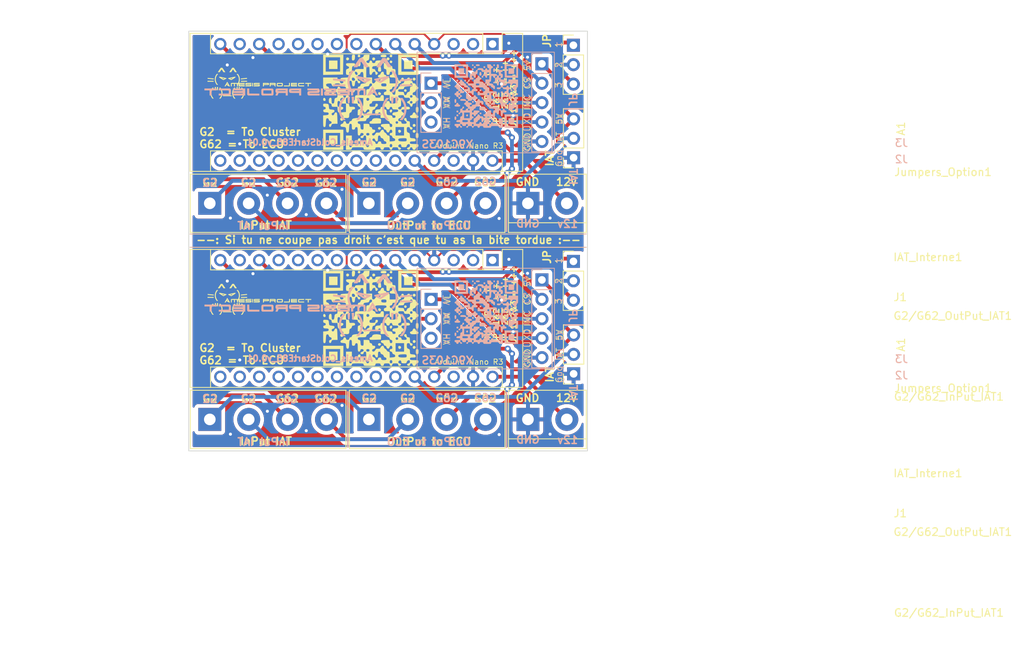
<source format=kicad_pcb>
(kicad_pcb (version 20211014) (generator pcbnew)
  (title_block (title "012-Amesis-ColdStartE85") (date "2022-09-29") (rev "v0.01_Golf 1.6L 16v ") (company "AP") (comment 1 "012-Amesis-ColdStartE85 v0.01_Golf 1.6L 16v "))
  (layers (0 "F.Cu" signal) (31 "B.Cu" signal) (34 "B.Paste" user) (35 "F.Paste" user) (36 "B.SilkS" user "B.Silkscreen") (37 "F.SilkS" user "F.Silkscreen") (38 "B.Mask" user) (39 "F.Mask" user) (44 "Edge.Cuts" user))
  (net 0 "")
  (net 7 "GND")
  (net 9 "Net-(A1-Pad5)")
  (net 11 "Net-(A1-Pad6)")
  (net 13 "Net-(A1-Pad7)")
  (net 24 "Net-(A1-Pad30)")
  (net 26 "Net-(A1-Pad26)")
  (net 27 "Net-(A1-Pad27)")
  (net 28 "Net-(A1-Pad13)")
  (net 29 "Net-(A1-Pad15)")
  (net 30 "Net-(G2/G62_InPut_IAT1-Pad2)")
  (net 31 "Net-(G2/G62_InPut_IAT1-Pad3)")
  (net 32 "Net-(G2/G62_InPut_IAT1-Pad1)")
  (net 33 "Net-(G2/G62_InPut_IAT1-Pad4)")
  (net 34 "Net-(G2/G62_OutPut_IAT1-Pad3)")
  (footprint "AP_Amesis Logo:15x15 KiCad QR Code La Boutique Amesis Project" (layer "F.Cu") (at 141.166446 34.435696)
    (fp_text reference " " (at -0.12 -7.85) (layer "F.SilkS") (effects (font (size 1.524 1.524) (thickness 0.3))))
    (fp_text value "LOGO" hide)
  )
  (footprint "Module:Arduino_Nano" (layer "F.Cu") (at 157.0686 27.0814 -90)
    (fp_text reference "A1" (at 11.0494 -53.365 90) (layer "F.SilkS"))
    (fp_text value "Arduino_Nano_v3.x")
    (pad "1" thru_hole rect locked (at 0 0 270) (size 1.6 1.6) (drill 1) (layers *.Cu *.Mask))
    (pad "2" thru_hole oval locked (at 0 2.54 270) (size 1.6 1.6) (drill 1) (layers *.Cu *.Mask))
    (pad "3" thru_hole oval locked (at 0 5.08 270) (size 1.6 1.6) (drill 1) (layers *.Cu *.Mask))
    (pad "4" thru_hole oval locked (at 0 7.62 270) (size 1.6 1.6) (drill 1) (layers *.Cu *.Mask) (net 7 "GND"))
    (pad "5" thru_hole oval locked (at 0 10.16 270) (size 1.6 1.6) (drill 1) (layers *.Cu *.Mask) (net 9 "Net-(A1-Pad5)"))
    (pad "6" thru_hole oval locked (at 0 12.7 270) (size 1.6 1.6) (drill 1) (layers *.Cu *.Mask) (net 11 "Net-(A1-Pad6)"))
    (pad "7" thru_hole oval locked (at 0 15.24 270) (size 1.6 1.6) (drill 1) (layers *.Cu *.Mask) (net 13 "Net-(A1-Pad7)"))
    (pad "8" thru_hole oval locked (at 0 17.78 270) (size 1.6 1.6) (drill 1) (layers *.Cu *.Mask))
    (pad "9" thru_hole oval locked (at 0 20.32 270) (size 1.6 1.6) (drill 1) (layers *.Cu *.Mask))
    (pad "10" thru_hole oval locked (at 0 22.86 270) (size 1.6 1.6) (drill 1) (layers *.Cu *.Mask))
    (pad "11" thru_hole oval locked (at 0 25.4 270) (size 1.6 1.6) (drill 1) (layers *.Cu *.Mask))
    (pad "12" thru_hole oval locked (at 0 27.94 270) (size 1.6 1.6) (drill 1) (layers *.Cu *.Mask))
    (pad "13" thru_hole oval locked (at 0 30.48 270) (size 1.6 1.6) (drill 1) (layers *.Cu *.Mask) (net 28 "Net-(A1-Pad13)"))
    (pad "14" thru_hole oval locked (at 0 33.02 270) (size 1.6 1.6) (drill 1) (layers *.Cu *.Mask))
    (pad "15" thru_hole oval locked (at 0 35.56 270) (size 1.6 1.6) (drill 1) (layers *.Cu *.Mask) (net 29 "Net-(A1-Pad15)"))
    (pad "16" thru_hole oval locked (at 15.24 35.56 270) (size 1.6 1.6) (drill 1) (layers *.Cu *.Mask))
    (pad "17" thru_hole oval locked (at 15.24 33.02 270) (size 1.6 1.6) (drill 1) (layers *.Cu *.Mask))
    (pad "18" thru_hole oval locked (at 15.24 30.48 270) (size 1.6 1.6) (drill 1) (layers *.Cu *.Mask))
    (pad "19" thru_hole oval locked (at 15.24 27.94 270) (size 1.6 1.6) (drill 1) (layers *.Cu *.Mask))
    (pad "20" thru_hole oval locked (at 15.24 25.4 270) (size 1.6 1.6) (drill 1) (layers *.Cu *.Mask))
    (pad "21" thru_hole oval locked (at 15.24 22.86 270) (size 1.6 1.6) (drill 1) (layers *.Cu *.Mask))
    (pad "22" thru_hole oval locked (at 15.24 20.32 270) (size 1.6 1.6) (drill 1) (layers *.Cu *.Mask))
    (pad "23" thru_hole oval locked (at 15.24 17.78 270) (size 1.6 1.6) (drill 1) (layers *.Cu *.Mask))
    (pad "24" thru_hole oval locked (at 15.24 15.24 270) (size 1.6 1.6) (drill 1) (layers *.Cu *.Mask))
    (pad "25" thru_hole oval locked (at 15.24 12.7 270) (size 1.6 1.6) (drill 1) (layers *.Cu *.Mask))
    (pad "26" thru_hole oval locked (at 15.24 10.16 270) (size 1.6 1.6) (drill 1) (layers *.Cu *.Mask) (net 26 "Net-(A1-Pad26)"))
    (pad "27" thru_hole oval locked (at 15.24 7.62 270) (size 1.6 1.6) (drill 1) (layers *.Cu *.Mask) (net 27 "Net-(A1-Pad27)"))
    (pad "28" thru_hole oval locked (at 15.24 5.08 270) (size 1.6 1.6) (drill 1) (layers *.Cu *.Mask))
    (pad "29" thru_hole oval locked (at 15.24 2.54 270) (size 1.6 1.6) (drill 1) (layers *.Cu *.Mask) (net 7 "GND"))
    (pad "30" thru_hole oval locked (at 15.24 0 270) (size 1.6 1.6) (drill 1) (layers *.Cu *.Mask) (net 24 "Net-(A1-Pad30)"))
  )
  (footprint "TerminalBlock:TerminalBlock_bornier-4_P5.08mm" (layer "F.Cu") (at 140.9192 76.1492)
    (fp_text reference "G2/G62_OutPut_IAT1" (at 76.2758 14.717) (layer "F.SilkS"))
    (fp_text value "Conn_01x04_Male")
    (pad "1" thru_hole rect (at 0 0) (size 3 3) (drill 1.52) (layers *.Cu *.Mask) (net 32 "Net-(G2/G62_InPut_IAT1-Pad1)"))
    (pad "2" thru_hole circle (at 5.08 0) (size 3 3) (drill 1.52) (layers *.Cu *.Mask) (net 30 "Net-(G2/G62_InPut_IAT1-Pad2)"))
    (pad "3" thru_hole circle (at 10.16 0) (size 3 3) (drill 1.52) (layers *.Cu *.Mask) (net 34 "Net-(G2/G62_OutPut_IAT1-Pad3)"))
    (pad "4" thru_hole circle (at 15.24 0) (size 3 3) (drill 1.52) (layers *.Cu *.Mask) (net 33 "Net-(G2/G62_InPut_IAT1-Pad4)"))
  )
  (footprint "TerminalBlock:TerminalBlock_bornier-2_P5.08mm" (layer "F.Cu") (at 161.6914 47.8994)
    (fp_text reference "J1" (at 48.6406 12.2786) (layer "F.SilkS"))
    (fp_text value "Screw_Terminal_01x02")
    (pad "1" thru_hole rect locked (at 0 0) (size 3 3) (drill 1.52) (layers *.Cu *.Mask) (net 7 "GND"))
    (pad "2" thru_hole circle locked (at 5.08 0) (size 3 3) (drill 1.52) (layers *.Cu *.Mask) (net 24 "Net-(A1-Pad30)"))
  )
  (footprint "Connector_PinSocket_2.54mm:PinSocket_1x03_P2.54mm_Vertical" (layer "F.Cu") (at 167.665 70.1906 180)
    (fp_text reference "IAT_Interne1" (at -46.2788 -13.0048) (layer "F.SilkS"))
    (fp_text value "R_Potentiometer")
    (pad "1" thru_hole rect locked (at 0 0 180) (size 1.7 1.7) (drill 1) (layers *.Cu *.Mask) (net 7 "GND"))
    (pad "2" thru_hole oval locked (at 0 2.54 180) (size 1.7 1.7) (drill 1) (layers *.Cu *.Mask) (net 26 "Net-(A1-Pad26)"))
    (pad "3" thru_hole oval locked (at 0 5.08 180) (size 1.7 1.7) (drill 1) (layers *.Cu *.Mask) (net 27 "Net-(A1-Pad27)"))
  )
  (footprint "Connector_PinHeader_2.54mm:PinHeader_1x03_P2.54mm_Vertical" (layer "F.Cu") (at 167.635 27.2388)
    (fp_text reference "Jumpers_Option1" (at 48.285 16.5816) (layer "F.SilkS"))
    (fp_text value "Conn_01x03_Male")
    (pad "1" thru_hole rect locked (at 0 0) (size 1.7 1.7) (drill 1) (layers *.Cu *.Mask) (net 28 "Net-(A1-Pad13)"))
    (pad "2" thru_hole oval locked (at 0 2.54) (size 1.7 1.7) (drill 1) (layers *.Cu *.Mask) (net 7 "GND"))
    (pad "3" thru_hole oval locked (at 0 5.08) (size 1.7 1.7) (drill 1) (layers *.Cu *.Mask) (net 29 "Net-(A1-Pad15)"))
  )
  (footprint "TerminalBlock:TerminalBlock_bornier-4_P5.08mm" (layer "F.Cu") (at 120.142 76.1492)
    (fp_text reference "G2/G62_InPut_IAT1" (at 96.545 25.2834) (layer "F.SilkS"))
    (fp_text value "Conn_01x04_Male")
    (pad "1" thru_hole rect (at 0 0) (size 3 3) (drill 1.52) (layers *.Cu *.Mask) (net 32 "Net-(G2/G62_InPut_IAT1-Pad1)"))
    (pad "2" thru_hole circle (at 5.08 0) (size 3 3) (drill 1.52) (layers *.Cu *.Mask) (net 30 "Net-(G2/G62_InPut_IAT1-Pad2)"))
    (pad "3" thru_hole circle (at 10.16 0) (size 3 3) (drill 1.52) (layers *.Cu *.Mask) (net 31 "Net-(G2/G62_InPut_IAT1-Pad3)"))
    (pad "4" thru_hole circle (at 15.24 0) (size 3 3) (drill 1.52) (layers *.Cu *.Mask) (net 33 "Net-(G2/G62_InPut_IAT1-Pad4)"))
  )
  (footprint "TerminalBlock:TerminalBlock_bornier-4_P5.08mm" (layer "F.Cu") (at 140.9142 47.8994)
    (fp_text reference "G2/G62_OutPut_IAT1" (at 76.2758 14.717) (layer "F.SilkS"))
    (fp_text value "Conn_01x04_Male")
    (pad "1" thru_hole rect (at 0 0) (size 3 3) (drill 1.52) (layers *.Cu *.Mask) (net 32 "Net-(G2/G62_InPut_IAT1-Pad1)"))
    (pad "2" thru_hole circle (at 5.08 0) (size 3 3) (drill 1.52) (layers *.Cu *.Mask) (net 30 "Net-(G2/G62_InPut_IAT1-Pad2)"))
    (pad "3" thru_hole circle (at 10.16 0) (size 3 3) (drill 1.52) (layers *.Cu *.Mask) (net 34 "Net-(G2/G62_OutPut_IAT1-Pad3)"))
    (pad "4" thru_hole circle (at 15.24 0) (size 3 3) (drill 1.52) (layers *.Cu *.Mask) (net 33 "Net-(G2/G62_InPut_IAT1-Pad4)"))
  )
  (footprint "AP_Amesis Logo:AmesisProject Logo 15mm" (layer "F.Cu") (at 126.4362 32.761)
    (fp_text reference " " (at 0 0) (layer "F.SilkS") (effects (font (size 1.524 1.524) (thickness 0.3))))
    (fp_text value "LOGO" hide)
  )
  (footprint "AP_Amesis Logo:15x15 KiCad QR Code La Boutique Amesis Project" (layer "F.Cu") (at 141.171446 62.685496)
    (fp_text reference " " (at -0.12 -7.85) (layer "F.SilkS") (effects (font (size 1.524 1.524) (thickness 0.3))))
    (fp_text value "LOGO" hide)
  )
  (footprint "TerminalBlock:TerminalBlock_bornier-2_P5.08mm" (layer "F.Cu") (at 161.6964 76.1492)
    (fp_text reference "J1" (at 48.6406 12.2786) (layer "F.SilkS"))
    (fp_text value "Screw_Terminal_01x02")
    (pad "1" thru_hole rect locked (at 0 0) (size 3 3) (drill 1.52) (layers *.Cu *.Mask) (net 7 "GND"))
    (pad "2" thru_hole circle locked (at 5.08 0) (size 3 3) (drill 1.52) (layers *.Cu *.Mask) (net 24 "Net-(A1-Pad30)"))
  )
  (footprint "Module:Arduino_Nano" (layer "F.Cu") (at 157.0736 55.3312 -90)
    (fp_text reference "A1" (at 11.0494 -53.365 90) (layer "F.SilkS"))
    (fp_text value "Arduino_Nano_v3.x")
    (pad "1" thru_hole rect locked (at 0 0 270) (size 1.6 1.6) (drill 1) (layers *.Cu *.Mask))
    (pad "2" thru_hole oval locked (at 0 2.54 270) (size 1.6 1.6) (drill 1) (layers *.Cu *.Mask))
    (pad "3" thru_hole oval locked (at 0 5.08 270) (size 1.6 1.6) (drill 1) (layers *.Cu *.Mask))
    (pad "4" thru_hole oval locked (at 0 7.62 270) (size 1.6 1.6) (drill 1) (layers *.Cu *.Mask) (net 7 "GND"))
    (pad "5" thru_hole oval locked (at 0 10.16 270) (size 1.6 1.6) (drill 1) (layers *.Cu *.Mask) (net 9 "Net-(A1-Pad5)"))
    (pad "6" thru_hole oval locked (at 0 12.7 270) (size 1.6 1.6) (drill 1) (layers *.Cu *.Mask) (net 11 "Net-(A1-Pad6)"))
    (pad "7" thru_hole oval locked (at 0 15.24 270) (size 1.6 1.6) (drill 1) (layers *.Cu *.Mask) (net 13 "Net-(A1-Pad7)"))
    (pad "8" thru_hole oval locked (at 0 17.78 270) (size 1.6 1.6) (drill 1) (layers *.Cu *.Mask))
    (pad "9" thru_hole oval locked (at 0 20.32 270) (size 1.6 1.6) (drill 1) (layers *.Cu *.Mask))
    (pad "10" thru_hole oval locked (at 0 22.86 270) (size 1.6 1.6) (drill 1) (layers *.Cu *.Mask))
    (pad "11" thru_hole oval locked (at 0 25.4 270) (size 1.6 1.6) (drill 1) (layers *.Cu *.Mask))
    (pad "12" thru_hole oval locked (at 0 27.94 270) (size 1.6 1.6) (drill 1) (layers *.Cu *.Mask))
    (pad "13" thru_hole oval locked (at 0 30.48 270) (size 1.6 1.6) (drill 1) (layers *.Cu *.Mask) (net 28 "Net-(A1-Pad13)"))
    (pad "14" thru_hole oval locked (at 0 33.02 270) (size 1.6 1.6) (drill 1) (layers *.Cu *.Mask))
    (pad "15" thru_hole oval locked (at 0 35.56 270) (size 1.6 1.6) (drill 1) (layers *.Cu *.Mask) (net 29 "Net-(A1-Pad15)"))
    (pad "16" thru_hole oval locked (at 15.24 35.56 270) (size 1.6 1.6) (drill 1) (layers *.Cu *.Mask))
    (pad "17" thru_hole oval locked (at 15.24 33.02 270) (size 1.6 1.6) (drill 1) (layers *.Cu *.Mask))
    (pad "18" thru_hole oval locked (at 15.24 30.48 270) (size 1.6 1.6) (drill 1) (layers *.Cu *.Mask))
    (pad "19" thru_hole oval locked (at 15.24 27.94 270) (size 1.6 1.6) (drill 1) (layers *.Cu *.Mask))
    (pad "20" thru_hole oval locked (at 15.24 25.4 270) (size 1.6 1.6) (drill 1) (layers *.Cu *.Mask))
    (pad "21" thru_hole oval locked (at 15.24 22.86 270) (size 1.6 1.6) (drill 1) (layers *.Cu *.Mask))
    (pad "22" thru_hole oval locked (at 15.24 20.32 270) (size 1.6 1.6) (drill 1) (layers *.Cu *.Mask))
    (pad "23" thru_hole oval locked (at 15.24 17.78 270) (size 1.6 1.6) (drill 1) (layers *.Cu *.Mask))
    (pad "24" thru_hole oval locked (at 15.24 15.24 270) (size 1.6 1.6) (drill 1) (layers *.Cu *.Mask))
    (pad "25" thru_hole oval locked (at 15.24 12.7 270) (size 1.6 1.6) (drill 1) (layers *.Cu *.Mask))
    (pad "26" thru_hole oval locked (at 15.24 10.16 270) (size 1.6 1.6) (drill 1) (layers *.Cu *.Mask) (net 26 "Net-(A1-Pad26)"))
    (pad "27" thru_hole oval locked (at 15.24 7.62 270) (size 1.6 1.6) (drill 1) (layers *.Cu *.Mask) (net 27 "Net-(A1-Pad27)"))
    (pad "28" thru_hole oval locked (at 15.24 5.08 270) (size 1.6 1.6) (drill 1) (layers *.Cu *.Mask))
    (pad "29" thru_hole oval locked (at 15.24 2.54 270) (size 1.6 1.6) (drill 1) (layers *.Cu *.Mask) (net 7 "GND"))
    (pad "30" thru_hole oval locked (at 15.24 0 270) (size 1.6 1.6) (drill 1) (layers *.Cu *.Mask) (net 24 "Net-(A1-Pad30)"))
  )
  (footprint "Connector_PinHeader_2.54mm:PinHeader_1x03_P2.54mm_Vertical" (layer "F.Cu") (at 167.64 55.4886)
    (fp_text reference "Jumpers_Option1" (at 48.285 16.5816) (layer "F.SilkS"))
    (fp_text value "Conn_01x03_Male")
    (pad "1" thru_hole rect locked (at 0 0) (size 1.7 1.7) (drill 1) (layers *.Cu *.Mask) (net 28 "Net-(A1-Pad13)"))
    (pad "2" thru_hole oval locked (at 0 2.54) (size 1.7 1.7) (drill 1) (layers *.Cu *.Mask) (net 7 "GND"))
    (pad "3" thru_hole oval locked (at 0 5.08) (size 1.7 1.7) (drill 1) (layers *.Cu *.Mask) (net 29 "Net-(A1-Pad15)"))
  )
  (footprint "Connector_PinSocket_2.54mm:PinSocket_1x03_P2.54mm_Vertical" (layer "F.Cu") (at 167.66 41.9408 180)
    (fp_text reference "IAT_Interne1" (at -46.2788 -13.0048) (layer "F.SilkS"))
    (fp_text value "R_Potentiometer")
    (pad "1" thru_hole rect locked (at 0 0 180) (size 1.7 1.7) (drill 1) (layers *.Cu *.Mask) (net 7 "GND"))
    (pad "2" thru_hole oval locked (at 0 2.54 180) (size 1.7 1.7) (drill 1) (layers *.Cu *.Mask) (net 26 "Net-(A1-Pad26)"))
    (pad "3" thru_hole oval locked (at 0 5.08 180) (size 1.7 1.7) (drill 1) (layers *.Cu *.Mask) (net 27 "Net-(A1-Pad27)"))
  )
  (footprint "AP_Amesis Logo:AmesisProject Logo 15mm" (layer "F.Cu") (at 126.4412 61.0108)
    (fp_text reference " " (at 0 0) (layer "F.SilkS") (effects (font (size 1.524 1.524) (thickness 0.3))))
    (fp_text value "LOGO" hide)
  )
  (footprint "TerminalBlock:TerminalBlock_bornier-4_P5.08mm" (layer "F.Cu") (at 120.137 47.8994)
    (fp_text reference "G2/G62_InPut_IAT1" (at 96.545 25.2834) (layer "F.SilkS"))
    (fp_text value "Conn_01x04_Male")
    (pad "1" thru_hole rect (at 0 0) (size 3 3) (drill 1.52) (layers *.Cu *.Mask) (net 32 "Net-(G2/G62_InPut_IAT1-Pad1)"))
    (pad "2" thru_hole circle (at 5.08 0) (size 3 3) (drill 1.52) (layers *.Cu *.Mask) (net 30 "Net-(G2/G62_InPut_IAT1-Pad2)"))
    (pad "3" thru_hole circle (at 10.16 0) (size 3 3) (drill 1.52) (layers *.Cu *.Mask) (net 31 "Net-(G2/G62_InPut_IAT1-Pad3)"))
    (pad "4" thru_hole circle (at 15.24 0) (size 3 3) (drill 1.52) (layers *.Cu *.Mask) (net 33 "Net-(G2/G62_InPut_IAT1-Pad4)"))
  )
  (footprint "AP_Amesis Logo:10x10 KiCad QR Code La Boutique Amesis Project" (layer "B.Cu") (at 156.26197 61.957931 180)
    (fp_text reference " " (at -0.03 5.26) (layer "B.SilkS") (effects (font (size 1.524 1.524) (thickness 0.3)) (justify mirror)))
    (fp_text value "LOGO" hide)
  )
  (footprint "Connector_PinSocket_2.54mm:PinSocket_1x05_P2.54mm_Vertical" (layer "B.Cu") (at 163.5202 29.6622 180)
    (fp_text reference "J2" (at -46.9642 -12.4818) (layer "B.SilkS") (effects (justify mirror)))
    (fp_text value "Conn_01x05_Female")
    (pad "1" thru_hole rect locked (at 0 0 180) (size 1.7 1.7) (drill 1) (layers *.Cu *.Mask) (net 27 "Net-(A1-Pad27)"))
    (pad "2" thru_hole oval locked (at 0 -2.54 180) (size 1.7 1.7) (drill 1) (layers *.Cu *.Mask) (net 13 "Net-(A1-Pad7)"))
    (pad "3" thru_hole oval locked (at 0 -5.08 180) (size 1.7 1.7) (drill 1) (layers *.Cu *.Mask) (net 9 "Net-(A1-Pad5)"))
    (pad "4" thru_hole oval locked (at 0 -7.62 180) (size 1.7 1.7) (drill 1) (layers *.Cu *.Mask) (net 11 "Net-(A1-Pad6)"))
    (pad "5" thru_hole oval locked (at 0 -10.16 180) (size 1.7 1.7) (drill 1) (layers *.Cu *.Mask) (net 7 "GND"))
  )
  (footprint "AP_Amesis Logo:AmesisProject Logo 30mm" (layer "B.Cu") (at 132.8878 32.9642 180)
    (fp_text reference " " (at 0 0) (layer "B.SilkS") (effects (font (size 1.524 1.524) (thickness 0.3)) (justify mirror)))
    (fp_text value "LOGO" hide)
  )
  (footprint "Connector_PinSocket_2.54mm:PinSocket_1x03_P2.54mm_Vertical" (layer "B.Cu") (at 149.0472 60.452 180)
    (fp_text reference "J3" (at -61.4422 -7.8082) (layer "B.SilkS") (effects (justify mirror)))
    (fp_text value "Conn_01x03_Female")
    (pad "1" thru_hole rect locked (at 0 0 180) (size 1.7 1.7) (drill 1) (layers *.Cu *.Mask) (net 34 "Net-(G2/G62_OutPut_IAT1-Pad3)"))
    (pad "2" thru_hole oval locked (at 0 -2.54 180) (size 1.7 1.7) (drill 1) (layers *.Cu *.Mask) (net 31 "Net-(G2/G62_InPut_IAT1-Pad3)"))
    (pad "3" thru_hole oval locked (at 0 -5.08 180) (size 1.7 1.7) (drill 1) (layers *.Cu *.Mask))
  )
  (footprint "Connector_PinSocket_2.54mm:PinSocket_1x03_P2.54mm_Vertical" (layer "B.Cu") (at 149.0422 32.2022 180)
    (fp_text reference "J3" (at -61.4422 -7.8082) (layer "B.SilkS") (effects (justify mirror)))
    (fp_text value "Conn_01x03_Female")
    (pad "1" thru_hole rect locked (at 0 0 180) (size 1.7 1.7) (drill 1) (layers *.Cu *.Mask) (net 34 "Net-(G2/G62_OutPut_IAT1-Pad3)"))
    (pad "2" thru_hole oval locked (at 0 -2.54 180) (size 1.7 1.7) (drill 1) (layers *.Cu *.Mask) (net 31 "Net-(G2/G62_InPut_IAT1-Pad3)"))
    (pad "3" thru_hole oval locked (at 0 -5.08 180) (size 1.7 1.7) (drill 1) (layers *.Cu *.Mask))
  )
  (footprint "AP_Amesis Logo:10x10 KiCad QR Code La Boutique Amesis Project" (layer "B.Cu") (at 156.25697 33.708131 180)
    (fp_text reference " " (at -0.03 5.26) (layer "B.SilkS") (effects (font (size 1.524 1.524) (thickness 0.3)) (justify mirror)))
    (fp_text value "LOGO" hide)
  )
  (footprint "Connector_PinSocket_2.54mm:PinSocket_1x05_P2.54mm_Vertical" (layer "B.Cu") (at 163.5252 57.912 180)
    (fp_text reference "J2" (at -46.9642 -12.4818) (layer "B.SilkS") (effects (justify mirror)))
    (fp_text value "Conn_01x05_Female")
    (pad "1" thru_hole rect locked (at 0 0 180) (size 1.7 1.7) (drill 1) (layers *.Cu *.Mask) (net 27 "Net-(A1-Pad27)"))
    (pad "2" thru_hole oval locked (at 0 -2.54 180) (size 1.7 1.7) (drill 1) (layers *.Cu *.Mask) (net 13 "Net-(A1-Pad7)"))
    (pad "3" thru_hole oval locked (at 0 -5.08 180) (size 1.7 1.7) (drill 1) (layers *.Cu *.Mask) (net 9 "Net-(A1-Pad5)"))
    (pad "4" thru_hole oval locked (at 0 -7.62 180) (size 1.7 1.7) (drill 1) (layers *.Cu *.Mask) (net 11 "Net-(A1-Pad6)"))
    (pad "5" thru_hole oval locked (at 0 -10.16 180) (size 1.7 1.7) (drill 1) (layers *.Cu *.Mask) (net 7 "GND"))
  )
  (footprint "AP_Amesis Logo:AmesisProject Logo 30mm" (layer "B.Cu") (at 132.8928 61.214 180)
    (fp_text reference " " (at 0 0) (layer "B.SilkS") (effects (font (size 1.524 1.524) (thickness 0.3)) (justify mirror)))
    (fp_text value "LOGO" hide)
  )
  (gr_rect (start 147.2134 28.1382) (end 165.1458 41.2954) (layer "B.SilkS") (width 0.1) (fill none))
  (gr_line (start 158.9024 72.5932) (end 158.9024 79.8068) (layer "B.SilkS") (width 0.2))
  (gr_line (start 169.3164 53.6448) (end 117.5512 53.6448) (layer "B.SilkS") (width 0.1))
  (gr_line (start 168.8592 63.8048) (end 166.5224 63.8048) (layer "B.SilkS") (width 0.2))
  (gr_rect (start 147.2184 56.388) (end 165.1508 69.5452) (layer "B.SilkS") (width 0.1) (fill none))
  (gr_line (start 158.8974 44.3434) (end 158.8974 51.557) (layer "B.SilkS") (width 0.2))
  (gr_line (start 169.3164 51.9176) (end 117.5512 51.9176) (layer "B.SilkS") (width 0.1))
  (gr_line (start 168.8542 35.555) (end 166.5174 35.555) (layer "B.SilkS") (width 0.2))
  (gr_line (start 138.176 72.5424) (end 138.176 79.756) (layer "B.SilkS") (width 0.2))
  (gr_line (start 138.171 44.2926) (end 138.171 51.5062) (layer "B.SilkS") (width 0.2))
  (gr_line (start 169.3164 51.9176) (end 117.5512 51.9176) (layer "F.SilkS") (width 0.1))
  (gr_line (start 169.3164 53.6448) (end 117.5512 53.6448) (layer "F.SilkS") (width 0.1))
  (gr_rect (start 117.3938 80.264) (end 169.4688 25.395) (layer "Edge.Cuts") (width 0.1) (fill none))
  (gr_text "G2" (at 126.2838 45.207) (layer "B.SilkS") (effects (font (size 1 1) (thickness 0.2)) (justify left mirror)))
  (gr_text "VW" (at 151.0742 34.6914 -90) (layer "B.SilkS") (effects (font (size 0.8 0.8) (thickness 0.1)) (justify mirror)))
  (gr_text "InPut IAT" (at 130.6068 79.0956) (layer "B.SilkS") (effects (font (size 1 1) (thickness 0.2)) (justify left mirror)))
  (gr_text "X9C103S" (at 151.1808 68.4276) (layer "B.SilkS") (effects (font (size 1 1) (thickness 0.2)) (justify mirror)))
  (gr_text "5V" (at 165.9128 65.1256 -90) (layer "B.SilkS") (effects (font (size 0.8 0.8) (thickness 0.1)) (justify mirror)))
  (gr_text "1" (at 165.857 27.1222 -90) (layer "B.SilkS") (effects (font (size 0.8 0.8) (thickness 0.1)) (justify mirror)))
  (gr_text "G62" (at 131.7752 73.5076) (layer "B.SilkS") (effects (font (size 1 1) (thickness 0.2)) (justify left mirror)))
  (gr_text "G2" (at 142.0876 73.406) (layer "B.SilkS") (effects (font (size 1 1) (thickness 0.2)) (justify left mirror)))
  (gr_text "Amesis_ColdStartE85_v0.01 " (at 141.5238 39.9238) (layer "B.SilkS") (effects (font (size 0.8 0.8) (thickness 0.2)) (justify left mirror)))
  (gr_text "Gnd" (at 165.9636 70.2564 -90) (layer "B.SilkS") (effects (font (size 0.8 0.8) (thickness 0.1)) (justify mirror)))
  (gr_text "12v" (at 166.878 78.8416) (layer "B.SilkS") (effects (font (size 1 1) (thickness 0.2)) (justify mirror)))
  (gr_text "X9C103S" (at 151.1758 40.1778) (layer "B.SilkS") (effects (font (size 1 1) (thickness 0.2)) (justify mirror)))
  (gr_text "G2" (at 147.1118 45.1562) (layer "B.SilkS") (effects (font (size 1 1) (thickness 0.2)) (justify left mirror)))
  (gr_text "JP" (at 167.5384 62.5856 -90) (layer "B.SilkS") (effects (font (size 1 1) (thickness 0.2)) (justify mirror)))
  (gr_text "U/D" (at 161.4374 37.2822 -90) (layer "B.SilkS") (effects (font (size 0.8 0.8) (thickness 0.1)) (justify mirror)))
  (gr_text "GND" (at 161.6964 78.7908) (layer "B.SilkS") (effects (font (size 1 1) (thickness 0.2)) (justify mirror)))
  (gr_text "VL" (at 150.9726 32.3038 -90) (layer "B.SilkS") (effects (font (size 0.8 0.8) (thickness 0.1)) (justify mirror)))
  (gr_text "GND" (at 161.6914 50.541) (layer "B.SilkS") (effects (font (size 1 1) (thickness 0.2)) (justify mirror)))
  (gr_text "OutPut to ECU" (at 154.3254 50.795) (layer "B.SilkS") (effects (font (size 1 1) (thickness 0.2)) (justify left mirror)))
  (gr_text "IAT" (at 167.5892 72.6948 -90) (layer "B.SilkS") (effects (font (size 1 1) (thickness 0.2)) (justify mirror)))
  (gr_text "VH" (at 151.0742 37.3838 -90) (layer "B.SilkS") (effects (font (size 0.8 0.8) (thickness 0.1)) (justify mirror)))
  (gr_text "3" (at 165.857 32.4054 -90) (layer "B.SilkS") (effects (font (size 0.8 0.8) (thickness 0.1)) (justify mirror)))
  (gr_text "VW" (at 151.0792 62.9412 -90) (layer "B.SilkS") (effects (font (size 0.8 0.8) (thickness 0.1)) (justify mirror)))
  (gr_text "G2" (at 121.2596 73.4568) (layer "B.SilkS") (effects (font (size 1 1) (thickness 0.2)) (justify left mirror)))
  (gr_text "G2" (at 126.2888 73.4568) (layer "B.SilkS") (effects (font (size 1 1) (thickness 0.2)) (justify left mirror)))
  (gr_text "2" (at 165.857 29.7638 -90) (layer "B.SilkS") (effects (font (size 0.8 0.8) (thickness 0.1)) (justify mirror)))
  (gr_text "IAT" (at 165.9128 67.6148 -90) (layer "B.SilkS") (effects (font (size 0.8 0.8) (thickness 0.1)) (justify mirror)))
  (gr_text "G2" (at 142.0826 45.1562) (layer "B.SilkS") (effects (font (size 1 1) (thickness 0.2)) (justify left mirror)))
  (gr_text "IAT" (at 165.9078 39.365 -90) (layer "B.SilkS") (effects (font (size 0.8 0.8) (thickness 0.1)) (justify mirror)))
  (gr_text "G62" (at 136.7994 45.207) (layer "B.SilkS") (effects (font (size 1 1) (thickness 0.2)) (justify left mirror)))
  (gr_text "3" (at 165.862 60.6552 -90) (layer "B.SilkS") (effects (font (size 0.8 0.8) (thickness 0.1)) (justify mirror)))
  (gr_text "G62" (at 157.729 45.0546) (layer "B.SilkS") (effects (font (size 1 1) (thickness 0.2)) (justify left mirror)))
  (gr_text "G62" (at 157.734 73.3044) (layer "B.SilkS") (effects (font (size 1 1) (thickness 0.2)) (justify left mirror)))
  (gr_text "JP" (at 167.5334 34.3358 -90) (layer "B.SilkS") (effects (font (size 1 1) (thickness 0.2)) (justify mirror)))
  (gr_text "5V" (at 165.9078 36.8758 -90) (layer "B.SilkS") (effects (font (size 0.8 0.8) (thickness 0.1)) (justify mirror)))
  (gr_text "5v" (at 161.4374 29.7638 -90) (layer "B.SilkS") (effects (font (size 0.8 0.8) (thickness 0.1)) (justify mirror)))
  (gr_text "G62" (at 152.7048 73.3552) (layer "B.SilkS") (effects (font (size 1 1) (thickness 0.2)) (justify left mirror)))
  (gr_text "12v" (at 166.873 50.5918) (layer "B.SilkS") (effects (font (size 1 1) (thickness 0.2)) (justify mirror)))
  (gr_text "CS" (at 161.4374 32.0498 -90) (layer "B.SilkS") (effects (font (size 0.8 0.8) (thickness 0.1)) (justify mirror)))
  (gr_text "Gnd" (at 165.9586 42.0066 -90) (layer "B.SilkS") (effects (font (size 0.8 0.8) (thickness 0.1)) (justify mirror)))
  (gr_text "G62" (at 152.6998 45.1054) (layer "B.SilkS") (effects (font (size 1 1) (thickness 0.2)) (justify left mirror)))
  (gr_text "GND" (at 161.4424 68.326 -90) (layer "B.SilkS") (effects (font (size 0.8 0.8) (thickness 0.1)) (justify mirror)))
  (gr_text "VH" (at 151.0792 65.6336 -90) (layer "B.SilkS") (effects (font (size 0.8 0.8) (thickness 0.1)) (justify mirror)))
  (gr_text "Amesis_ColdStartE85_v0.01 " (at 141.5288 68.1736) (layer "B.SilkS") (effects (font (size 0.8 0.8) (thickness 0.2)) (justify left mirror)))
  (gr_text "1" (at 165.862 55.372 -90) (layer "B.SilkS") (effects (font (size 0.8 0.8) (thickness 0.1)) (justify mirror)))
  (gr_text "G62" (at 136.8044 73.4568) (layer "B.SilkS") (effects (font (size 1 1) (thickness 0.2)) (justify left mirror)))
  (gr_text "CS" (at 161.4424 60.2996 -90) (layer "B.SilkS") (effects (font (size 0.8 0.8) (thickness 0.1)) (justify mirror)))
  (gr_text "U/D" (at 161.4424 65.532 -90) (layer "B.SilkS") (effects (font (size 0.8 0.8) (thickness 0.1)) (justify mirror)))
  (gr_text "GND" (at 161.4374 40.0762 -90) (layer "B.SilkS") (effects (font (size 0.8 0.8) (thickness 0.1)) (justify mirror)))
  (gr_text "G2" (at 121.2546 45.207) (layer "B.SilkS") (effects (font (size 1 1) (thickness 0.2)) (justify left mirror)))
  (gr_text "G2" (at 147.1168 73.406) (layer "B.SilkS") (effects (font (size 1 1) (thickness 0.2)) (justify left mirror)))
  (gr_text "VL" (at 150.9776 60.5536 -90) (layer "B.SilkS") (effects (font (size 0.8 0.8) (thickness 0.1)) (justify mirror)))
  (gr_text "InPut IAT" (at 130.6018 50.8458) (layer "B.SilkS") (effects (font (size 1 1) (thickness 0.2)) (justify left mirror)))
  (gr_text "INC" (at 161.4374 34.5898 -90) (layer "B.SilkS") (effects (font (size 0.8 0.8) (thickness 0.1)) (justify mirror)))
  (gr_text "OutPut to ECU" (at 154.3304 79.0448) (layer "B.SilkS") (effects (font (size 1 1) (thickness 0.2)) (justify left mirror)))
  (gr_text "INC" (at 161.4424 62.8396 -90) (layer "B.SilkS") (effects (font (size 0.8 0.8) (thickness 0.1)) (justify mirror)))
  (gr_text "5v" (at 161.4424 58.0136 -90) (layer "B.SilkS") (effects (font (size 0.8 0.8) (thickness 0.1)) (justify mirror)))
  (gr_text "IAT" (at 167.5842 44.445 -90) (layer "B.SilkS") (effects (font (size 1 1) (thickness 0.2)) (justify mirror)))
  (gr_text "2" (at 165.862 58.0136 -90) (layer "B.SilkS") (effects (font (size 0.8 0.8) (thickness 0.1)) (justify mirror)))
  (gr_text "G62" (at 131.7702 45.2578) (layer "B.SilkS") (effects (font (size 1 1) (thickness 0.2)) (justify left mirror)))
  (gr_text "GND" (at 161.6406 45.1054) (layer "F.SilkS") (effects (font (size 1 1) (thickness 0.2))))
  (gr_text "G62" (at 133.7564 73.4568) (layer "F.SilkS") (effects (font (size 1 1) (thickness 0.2)) (justify left)))
  (gr_text "InPut IAT" (at 123.9978 50.7442) (layer "F.SilkS") (effects (font (size 1 1) (thickness 0.2)) (justify left)))
  (gr_text "INC" (at 161.6406 34.7422 90) (layer "F.SilkS") (effects (font (size 0.8 0.8) (thickness 0.1))))
  (gr_text "--: Si tu ne coupe pas droit c'est que tu as la bite tordue :--" (at 118.2624 52.6796) (layer "F.SilkS") (effects (font (size 1 1) (thickness 0.2)) (justify left)))
  (gr_text "OutPut to ECU" (at 143.2002 50.795) (layer "F.SilkS") (effects (font (size 1 1) (thickness 0.2)) (justify left)))
  (gr_text "OutPut to ECU" (at 143.2052 79.0448) (layer "F.SilkS") (effects (font (size 1 1) (thickness 0.2)) (justify left)))
  (gr_text "JP" (at 164.1806 26.665 90) (layer "F.SilkS") (effects (font (size 1 1) (thickness 0.2))))
  (gr_text "IAT" (at 164.5362 42.0066 90) (layer "F.SilkS") (effects (font (size 1 1) (thickness 0.2))))
  (gr_text "2" (at 165.7096 58.0644 90) (layer "F.SilkS") (effects (font (size 0.8 0.8) (thickness 0.1))))
  (gr_text "G62" (at 128.7272 73.406) (layer "F.SilkS") (effects (font (size 1 1) (thickness 0.2)) (justify left)))
  (gr_text "VW" (at 151.0742 34.6914 90) (layer "F.SilkS") (effects (font (size 0.8 0.8) (thickness 0.1))))
  (gr_text "G62" (at 149.4994 45.1054) (layer "F.SilkS") (effects (font (size 1 1) (thickness 0.2)) (justify left)))
  (gr_text "2" (at 165.7046 29.8146 90) (layer "F.SilkS") (effects (font (size 0.8 0.8) (thickness 0.1))))
  (gr_text "VL" (at 151.1808 60.4012 90) (layer "F.SilkS") (effects (font (size 0.8 0.8) (thickness 0.1))))
  (gr_text "12v" (at 166.7206 45.1054) (layer "F.SilkS") (effects (font (size 1 1) (thickness 0.2))))
  (gr_text "Gnd" (at 165.7604 70.2564 90) (layer "F.SilkS") (effects (font (size 0.8 0.8) (thickness 0.1))))
  (gr_text "5V" (at 165.8112 65.1256 90) (layer "F.SilkS") (effects (font (size 0.8 0.8) (thickness 0.1))))
  (gr_text "G62" (at 154.5336 73.406) (layer "F.SilkS") (effects (font (size 1 1) (thickness 0.2)) (justify left)))
  (gr_text "IAT" (at 165.8112 67.6148 90) (layer "F.SilkS") (effects (font (size 0.8 0.8) (thickness 0.1))))
  (gr_text "5v" (at 161.6406 29.9162 90) (layer "F.SilkS") (effects (font (size 0.8 0.8) (thickness 0.1))))
  (gr_text "12v" (at 166.7256 73.3552) (layer "F.SilkS") (effects (font (size 1 1) (thickness 0.2))))
  (gr_text "G2" (at 139.8524 73.406) (layer "F.SilkS") (effects (font (size 1 1) (thickness 0.2)) (justify left)))
  (gr_text "JP" (at 164.1856 54.9148 90) (layer "F.SilkS") (effects (font (size 1 1) (thickness 0.2))))
  (gr_text "INC" (at 161.6456 62.992 90) (layer "F.SilkS") (effects (font (size 0.8 0.8) (thickness 0.1))))
  (gr_text "G2" (at 119.0702 45.207) (layer "F.SilkS") (effects (font (size 1 1) (thickness 0.2)) (justify left)))
  (gr_text "G2  = To Cluster\nG62 = To ECU\n" (at 118.6638 39.365) (layer "F.SilkS") (effects (font (size 1 1) (thickness 0.2)) (justify left)))
  (gr_text "G2" (at 124.1044 73.4568) (layer "F.SilkS") (effects (font (size 1 1) (thickness 0.2)) (justify left)))
  (gr_text "G62" (at 149.5044 73.3552) (layer "F.SilkS") (effects (font (size 1 1) (thickness 0.2)) (justify left)))
  (gr_text "G2" (at 144.8766 45.1562) (layer "F.SilkS") (effects (font (size 1 1) (thickness 0.2)) (justify left)))
  (gr_text "GND" (at 161.6456 68.1228 90) (layer "F.SilkS") (effects (font (size 0.8 0.8) (thickness 0.1))))
  (gr_text "1" (at 165.7046 27.173 90) (layer "F.SilkS") (effects (font (size 0.8 0.8) (thickness 0.1))))
  (gr_text " No  JP  = 0\nJP  1&2  = +\nJP  2&3  = ++\nJP 1&2&3 = +++" (at 158.138646 66.241496 90) (layer "F.SilkS") (effects (font (size 0.7 0.7) (thickness 0.175)) (justify left)))
  (gr_text "CS" (at 161.6406 32.2022 90) (layer "F.SilkS") (effects (font (size 0.8 0.8) (thickness 0.1))))
  (gr_text "3" (at 165.7046 32.4562 90) (layer "F.SilkS") (effects (font (size 0.8 0.8) (thickness 0.1))))
  (gr_text "U/D" (at 161.6406 37.2822 90) (layer "F.SilkS") (effects (font (size 0.8 0.8) (thickness 0.1))))
  (gr_text "G62" (at 128.7222 45.1562) (layer "F.SilkS") (effects (font (size 1 1) (thickness 0.2)) (justify left)))
  (gr_text "1" (at 165.7096 55.4228 90) (layer "F.SilkS") (effects (font (size 0.8 0.8) (thickness 0.1))))
  (gr_text "G62" (at 154.5286 45.1562) (layer "F.SilkS") (effects (font (size 1 1) (thickness 0.2)) (justify left)))
  (gr_text "G2" (at 124.0994 45.207) (layer "F.SilkS") (effects (font (size 1 1) (thickness 0.2)) (justify left)))
  (gr_text "G62" (at 133.7514 45.207) (layer "F.SilkS") (effects (font (size 1 1) (thickness 0.2)) (justify left)))
  (gr_text "5V" (at 165.8062 36.8758 90) (layer "F.SilkS") (effects (font (size 0.8 0.8) (thickness 0.1))))
  (gr_text "VL" (at 151.1758 32.1514 90) (layer "F.SilkS") (effects (font (size 0.8 0.8) (thickness 0.1))))
  (gr_text "3" (at 165.7096 60.706 90) (layer "F.SilkS") (effects (font (size 0.8 0.8) (thickness 0.1))))
  (gr_text "U/D" (at 161.6456 65.532 90) (layer "F.SilkS") (effects (font (size 0.8 0.8) (thickness 0.1))))
  (gr_text "GND" (at 161.6406 39.873 90) (layer "F.SilkS") (effects (font (size 0.8 0.8) (thickness 0.1))))
  (gr_text "G2" (at 119.0752 73.4568) (layer "F.SilkS") (effects (font (size 1 1) (thickness 0.2)) (justify left)))
  (gr_text "Arduino Nano R3" (at 149.4536 68.6308) (layer "F.SilkS") (effects (font (size 0.7 0.7) (thickness 0.1)) (justify left)))
  (gr_text "CS" (at 161.6456 60.452 90) (layer "F.SilkS") (effects (font (size 0.8 0.8) (thickness 0.1))))
  (gr_text "Arduino Nano R3" (at 149.4486 40.381) (layer "F.SilkS") (effects (font (size 0.7 0.7) (thickness 0.1)) (justify left)))
  (gr_text "IAT" (at 165.8062 39.365 90) (layer "F.SilkS") (effects (font (size 0.8 0.8) (thickness 0.1))))
  (gr_text "GND" (at 161.6456 73.3552) (layer "F.SilkS") (effects (font (size 1 1) (thickness 0.2))))
  (gr_text "G2" (at 139.8474 45.1562) (layer "F.SilkS") (effects (font (size 1 1) (thickness 0.2)) (justify left)))
  (gr_text "VH" (at 151.0792 65.6336 90) (layer "F.SilkS") (effects (font (size 0.8 0.8) (thickness 0.1))))
  (gr_text "VW" (at 151.0792 62.9412 90) (layer "F.SilkS") (effects (font (size 0.8 0.8) (thickness 0.1))))
  (gr_text "IAT" (at 164.5412 70.2564 90) (layer "F.SilkS") (effects (font (size 1 1) (thickness 0.2))))
  (gr_text "Gnd" (at 165.7554 42.0066 90) (layer "F.SilkS") (effects (font (size 0.8 0.8) (thickness 0.1))))
  (gr_text "VH" (at 151.0742 37.3838 90) (layer "F.SilkS") (effects (font (size 0.8 0.8) (thickness 0.1))))
  (gr_text "G2" (at 144.8816 73.406) (layer "F.SilkS") (effects (font (size 1 1) (thickness 0.2)) (justify left)))
  (gr_text "G2  = To Cluster\nG62 = To ECU\n" (at 118.6688 67.6148) (layer "F.SilkS") (effects (font (size 1 1) (thickness 0.2)) (justify left)))
  (gr_text "5v" (at 161.6456 58.166 90) (layer "F.SilkS") (effects (font (size 0.8 0.8) (thickness 0.1))))
  (gr_text "InPut IAT" (at 124.0028 78.994) (layer "F.SilkS") (effects (font (size 1 1) (thickness 0.2)) (justify left)))
  (gr_text " No  JP  = 0\nJP  1&2  = +\nJP  2&3  = ++\nJP 1&2&3 = +++" (at 158.133646 37.991696 90) (layer "F.SilkS") (effects (font (size 0.7 0.7) (thickness 0.175)) (justify left)))
  (segment (start 150.7844 54.0004) (end 149.4536 55.3312) (width 0.25) (layer "F.Cu") (net 7))
  (segment (start 148.1228 54.0004) (end 138.5824 54.0004) (width 0.25) (layer "F.Cu") (net 7))
  (segment (start 149.4536 55.3312) (end 148.1228 54.0004) (width 0.25) (layer "F.Cu") (net 7))
  (segment (start 150.7794 25.7506) (end 149.4486 27.0814) (width 0.25) (layer "F.Cu") (net 7))
  (segment (start 159.2072 55.2196) (end 159.2072 54.7116) (width 0.25) (layer "F.Cu") (net 7))
  (segment (start 138.0186 27.8334) (end 137.4598 28.3922) (width 0.25) (layer "F.Cu") (net 7))
  (segment (start 159.2072 54.7116) (end 158.496 54.0004) (width 0.25) (layer "F.Cu") (net 7))
  (segment (start 148.1178 25.7506) (end 138.5774 25.7506) (width 0.25) (layer "F.Cu") (net 7))
  (segment (start 159.2022 26.4618) (end 158.491 25.7506) (width 0.25) (layer "F.Cu") (net 7))
  (segment (start 158.496 54.0004) (end 150.7844 54.0004) (width 0.25) (layer "F.Cu") (net 7))
  (segment (start 158.491 25.7506) (end 150.7794 25.7506) (width 0.25) (layer "F.Cu") (net 7))
  (segment (start 138.5824 54.0004) (end 138.0236 54.5592) (width 0.25) (layer "F.Cu") (net 7))
  (segment (start 137.4598 28.3922) (end 135.5294 28.3922) (width 0.25) (layer "F.Cu") (net 7))
  (segment (start 138.0186 26.3094) (end 138.0186 27.8334) (width 0.25) (layer "F.Cu") (net 7))
  (segment (start 137.4648 56.642) (end 135.5344 56.642) (width 0.25) (layer "F.Cu") (net 7))
  (segment (start 149.4486 27.0814) (end 148.1178 25.7506) (width 0.25) (layer "F.Cu") (net 7))
  (segment (start 138.5774 25.7506) (end 138.0186 26.3094) (width 0.25) (layer "F.Cu") (net 7))
  (segment (start 138.0236 56.0832) (end 137.4648 56.642) (width 0.25) (layer "F.Cu") (net 7))
  (segment (start 138.0236 54.5592) (end 138.0236 56.0832) (width 0.25) (layer "F.Cu") (net 7))
  (segment (start 159.2022 26.9698) (end 159.2022 26.4618) (width 0.25) (layer "F.Cu") (net 7))
  (via (at 135.5344 56.642) (size 0.8) (drill 0.4) (layers "F.Cu" "B.Cu") (net 7))
  (via (at 125.7808 57.0992) (size 0.8) (drill 0.4) (layers "F.Cu" "B.Cu") (net 7))
  (via (at 122.423 29.8146) (size 0.8) (drill 0.4) (layers "F.Cu" "B.Cu") (net 7))
  (via (at 124.0486 40.127) (size 0.8) (drill 0.4) (layers "F.Cu" "B.Cu") (net 7))
  (via (at 137.414 74.3204) (size 0.8) (drill 0.4) (layers "F.Cu" "B.Cu") (net 7))
  (via (at 132.7354 49.3726) (size 0.8) (drill 0.4) (layers "F.Cu" "B.Cu") (net 7))
  (via (at 122.8344 78.0796) (size 0.8) (drill 0.4) (layers "F.Cu" "B.Cu") (net 7))
  (via (at 122.428 58.0644) (size 0.8) (drill 0.4) (layers "F.Cu" "B.Cu") (net 7))
  (via (at 124.0536 68.3768) (size 0.8) (drill 0.4) (layers "F.Cu" "B.Cu") (net 7))
  (via (at 164.592 78.0796) (size 0.8) (drill 0.4) (layers "F.Cu" "B.Cu") (net 7))
  (via (at 159.761 36.4327) (size 0.8) (drill 0.4) (layers "F.Cu" "B.Cu") (net 7))
  (via (at 161.6406 28.7986) (size 0.8) (drill 0.4) (layers "F.Cu" "B.Cu") (net 7))
  (via (at 159.2072 55.2196) (size 0.8) (drill 0.4) (layers "F.Cu" "B.Cu") (net 7))
  (via (at 164.587 49.8298) (size 0.8) (drill 0.4) (layers "F.Cu" "B.Cu") (net 7))
  (via (at 159.2022 26.9698) (size 0.8) (drill 0.4) (layers "F.Cu" "B.Cu") (net 7))
  (via (at 122.8294 49.8298) (size 0.8) (drill 0.4) (layers "F.Cu" "B.Cu") (net 7))
  (via (at 137.409 46.0706) (size 0.8) (drill 0.4) (layers "F.Cu" "B.Cu") (net 7))
  (via (at 127.6604 75.0824) (size 0.8) (drill 0.4) (layers "F.Cu" "B.Cu") (net 7))
  (via (at 157.9372 78.1304) (size 0.8) (drill 0.4) (layers "F.Cu" "B.Cu") (net 7))
  (via (at 158.237 32.3038) (size 0.8) (drill 0.4) (layers "F.Cu" "B.Cu") (net 7))
  (via (at 125.7758 28.8494) (size 0.8) (drill 0.4) (layers "F.Cu" "B.Cu") (net 7))
  (via (at 132.7404 77.6224) (size 0.8) (drill 0.4) (layers "F.Cu" "B.Cu") (net 7))
  (via (at 157.9322 49.8806) (size 0.8) (drill 0.4) (layers "F.Cu" "B.Cu") (net 7))
  (via (at 127.6554 46.8326) (size 0.8) (drill 0.4) (layers "F.Cu" "B.Cu") (net 7))
  (via (at 159.766 64.6825) (size 0.8) (drill 0.4) (layers "F.Cu" "B.Cu") (net 7))
  (via (at 135.5294 28.3922) (size 0.8) (drill 0.4) (layers "F.Cu" "B.Cu") (net 7))
  (via (at 158.242 60.5536) (size 0.8) (drill 0.4) (layers "F.Cu" "B.Cu") (net 7))
  (via (at 161.6456 57.0484) (size 0.8) (drill 0.4) (layers "F.Cu" "B.Cu") (net 7))
  (segment (start 146.9086 27.0814) (end 149.3878 29.5606) (width 0.5) (layer "B.Cu") (net 9))
  (segment (start 152.4508 57.8104) (end 157.6324 62.992) (width 0.5) (layer "B.Cu") (net 9))
  (segment (start 149.3878 29.5606) (end 152.4458 29.5606) (width 0.5) (layer "B.Cu") (net 9))
  (segment (start 149.3928 57.8104) (end 152.4508 57.8104) (width 0.5) (layer "B.Cu") (net 9))
  (segment (start 146.9136 55.3312) (end 149.3928 57.8104) (width 0.5) (layer "B.Cu") (net 9))
  (segment (start 152.4458 29.5606) (end 157.6274 34.7422) (width 0.5) (layer "B.Cu") (net 9))
  (segment (start 157.6274 34.7422) (end 163.5202 34.7422) (width 0.5) (layer "B.Cu") (net 9))
  (segment (start 157.6324 62.992) (end 163.5252 62.992) (width 0.5) (layer "B.Cu") (net 9))
  (segment (start 147.564 58.5216) (end 144.3736 55.3312) (width 0.5) (layer "B.Cu") (net 11))
  (segment (start 151.5314 30.2718) (end 147.559 30.2718) (width 0.5) (layer "B.Cu") (net 11))
  (segment (start 158.5468 65.532) (end 151.5364 58.5216) (width 0.5) (layer "B.Cu") (net 11))
  (segment (start 151.5364 58.5216) (end 147.564 58.5216) (width 0.5) (layer "B.Cu") (net 11))
  (segment (start 158.5418 37.2822) (end 151.5314 30.2718) (width 0.5) (layer "B.Cu") (net 11))
  (segment (start 147.559 30.2718) (end 144.3686 27.0814) (width 0.5) (layer "B.Cu") (net 11))
  (segment (start 163.5252 65.532) (end 158.5468 65.532) (width 0.5) (layer "B.Cu") (net 11))
  (segment (start 163.5202 37.2822) (end 158.5418 37.2822) (width 0.5) (layer "B.Cu") (net 11))
  (segment (start 143.3934 28.6462) (end 141.8286 27.0814) (width 0.5) (layer "F.Cu") (net 13))
  (segment (start 150.5712 56.8452) (end 150.5204 56.896) (width 0.5) (layer "F.Cu") (net 13))
  (segment (start 150.5662 28.5954) (end 150.5154 28.6462) (width 0.5) (layer "F.Cu") (net 13))
  (segment (start 151.384 56.8452) (end 150.5712 56.8452) (width 0.5) (layer "F.Cu") (net 13))
  (segment (start 150.5154 28.6462) (end 143.3934 28.6462) (width 0.5) (layer "F.Cu") (net 13))
  (segment (start 143.3984 56.896) (end 141.8336 55.3312) (width 0.5) (layer "F.Cu") (net 13))
  (segment (start 151.379 28.5954) (end 150.5662 28.5954) (width 0.5) (layer "F.Cu") (net 13))
  (segment (start 150.5204 56.896) (end 143.3984 56.896) (width 0.5) (layer "F.Cu") (net 13))
  (via (at 150.5712 56.8452) (size 0.8) (drill 0.4) (layers "F.Cu" "B.Cu") (net 13))
  (via (at 151.384 56.8452) (size 0.8) (drill 0.4) (layers "F.Cu" "B.Cu") (net 13))
  (via (at 150.5662 28.5954) (size 0.8) (drill 0.4) (layers "F.Cu" "B.Cu") (net 13))
  (via (at 151.379 28.5954) (size 0.8) (drill 0.4) (layers "F.Cu" "B.Cu") (net 13))
  (segment (start 159.9642 28.6462) (end 150.617 28.6462) (width 0.5) (layer "B.Cu") (net 13))
  (segment (start 159.9692 56.896) (end 150.622 56.896) (width 0.5) (layer "B.Cu") (net 13))
  (segment (start 163.5202 32.2022) (end 159.9642 28.6462) (width 0.5) (layer "B.Cu") (net 13))
  (segment (start 150.622 56.896) (end 150.5712 56.8452) (width 0.5) (layer "B.Cu") (net 13))
  (segment (start 150.617 28.6462) (end 150.5662 28.5954) (width 0.5) (layer "B.Cu") (net 13))
  (segment (start 163.5252 60.452) (end 159.9692 56.896) (width 0.5) (layer "B.Cu") (net 13))
  (segment (start 161.1984 70.5712) (end 157.0736 70.5712) (width 0.5) (layer "F.Cu") (net 24))
  (segment (start 166.7714 47.8994) (end 161.1934 42.3214) (width 0.5) (layer "F.Cu") (net 24))
  (segment (start 161.1934 42.3214) (end 157.0686 42.3214) (width 0.5) (layer "F.Cu") (net 24))
  (segment (start 166.7764 76.1492) (end 161.1984 70.5712) (width 0.5) (layer "F.Cu") (net 24))
  (segment (start 167.66 39.4008) (end 166.3292 39.4008) (width 0.5) (layer "B.Cu") (net 26))
  (segment (start 160.782 73.2028) (end 149.5452 73.2028) (width 0.5) (layer "B.Cu") (net 26))
  (segment (start 166.3292 39.4008) (end 160.777 44.953) (width 0.5) (layer "B.Cu") (net 26))
  (segment (start 167.665 67.6506) (end 166.3342 67.6506) (width 0.5) (layer "B.Cu") (net 26))
  (segment (start 166.3342 67.6506) (end 160.782 73.2028) (width 0.5) (layer "B.Cu") (net 26))
  (segment (start 149.5452 73.2028) (end 146.9136 70.5712) (width 0.5) (layer "B.Cu") (net 26))
  (segment (start 160.777 44.953) (end 149.5402 44.953) (width 0.5) (layer "B.Cu") (net 26))
  (segment (start 149.5402 44.953) (end 146.9086 42.3214) (width 0.5) (layer "B.Cu") (net 26))
  (segment (start 164.3838 41.3462) (end 165.603 40.127) (width 0.5) (layer "F.Cu") (net 27))
  (segment (start 158.690586 68.5292) (end 159.757386 69.596) (width 0.5) (layer "F.Cu") (net 27))
  (segment (start 165.608 68.3768) (end 165.608 67.1676) (width 0.5) (layer "F.Cu") (net 27))
  (segment (start 159.757386 69.596) (end 164.3888 69.596) (width 0.5) (layer "F.Cu") (net 27))
  (segment (start 165.603 40.127) (end 165.603 38.9178) (width 0.5) (layer "F.Cu") (net 27))
  (segment (start 167.665 65.1106) (end 165.608 63.0536) (width 0.5) (layer "F.Cu") (net 27))
  (segment (start 151.4906 40.2794) (end 158.685586 40.2794) (width 0.5) (layer "F.Cu") (net 27))
  (segment (start 165.608 63.0536) (end 165.608 59.9948) (width 0.5) (layer "F.Cu") (net 27))
  (segment (start 149.4486 42.3214) (end 151.4906 40.2794) (width 0.5) (layer "F.Cu") (net 27))
  (segment (start 164.3888 69.596) (end 165.608 68.3768) (width 0.5) (layer "F.Cu") (net 27))
  (segment (start 149.4536 70.5712) (end 151.4956 68.5292) (width 0.5) (layer "F.Cu") (net 27))
  (segment (start 165.603 38.9178) (end 167.66 36.8608) (width 0.5) (layer "F.Cu") (net 27))
  (segment (start 167.66 36.8608) (end 165.603 34.8038) (width 0.5) (layer "F.Cu") (net 27))
  (segment (start 158.685586 40.2794) (end 159.752386 41.3462) (width 0.5) (layer "F.Cu") (net 27))
  (segment (start 165.603 34.8038) (end 165.603 31.745) (width 0.5) (layer "F.Cu") (net 27))
  (segment (start 159.752386 41.3462) (end 164.3838 41.3462) (width 0.5) (layer "F.Cu") (net 27))
  (segment (start 165.603 31.745) (end 163.5202 29.6622) (width 0.5) (layer "F.Cu") (net 27))
  (segment (start 165.608 59.9948) (end 163.5252 57.912) (width 0.5) (layer "F.Cu") (net 27))
  (segment (start 165.608 67.1676) (end 167.665 65.1106) (width 0.5) (layer "F.Cu") (net 27))
  (segment (start 151.4956 68.5292) (end 158.690586 68.5292) (width 0.5) (layer "F.Cu") (net 27))
  (segment (start 167.276081 26.879881) (end 167.635 27.2388) (width 0.5) (layer "F.Cu") (net 28))
  (segment (start 161.147343 26.879881) (end 167.276081 26.879881) (width 0.5) (layer "F.Cu") (net 28))
  (segment (start 161.152343 55.129681) (end 167.281081 55.129681) (width 0.5) (layer "F.Cu") (net 28))
  (segment (start 158.454944 29.57228) (end 161.147343 26.879881) (width 0.5) (layer "F.Cu") (net 28))
  (segment (start 126.5886 27.0814) (end 129.07948 29.57228) (width 0.5) (layer "F.Cu") (net 28))
  (segment (start 129.08448 57.82208) (end 158.459944 57.82208) (width 0.5) (layer "F.Cu") (net 28))
  (segment (start 126.5936 55.3312) (end 129.08448 57.82208) (width 0.5) (layer "F.Cu") (net 28))
  (segment (start 129.07948 29.57228) (end 158.454944 29.57228) (width 0.5) (layer "F.Cu") (net 28))
  (segment (start 167.281081 55.129681) (end 167.64 55.4886) (width 0.5) (layer "F.Cu") (net 28))
  (segment (start 158.459944 57.82208) (end 161.152343 55.129681) (width 0.5) (layer "F.Cu") (net 28))
  (segment (start 158.744694 30.2718) (end 124.699 30.2718) (width 0.5) (layer "F.Cu") (net 29))
  (segment (start 165.608 58.5366) (end 165.608 56.9468) (width 0.5) (layer "F.Cu") (net 29))
  (segment (start 165.608 56.9468) (end 164.4904 55.8292) (width 0.5) (layer "F.Cu") (net 29))
  (segment (start 124.699 30.2718) (end 121.5086 27.0814) (width 0.5) (layer "F.Cu") (net 29))
  (segment (start 164.4854 27.5794) (end 161.437094 27.5794) (width 0.5) (layer "F.Cu") (net 29))
  (segment (start 165.603 28.697) (end 164.4854 27.5794) (width 0.5) (layer "F.Cu") (net 29))
  (segment (start 161.442094 55.8292) (end 158.749694 58.5216) (width 0.5) (layer "F.Cu") (net 29))
  (segment (start 165.603 30.2868) (end 165.603 28.697) (width 0.5) (layer "F.Cu") (net 29))
  (segment (start 158.749694 58.5216) (end 124.704 58.5216) (width 0.5) (layer "F.Cu") (net 29))
  (segment (start 167.64 60.5686) (end 165.608 58.5366) (width 0.5) (layer "F.Cu") (net 29))
  (segment (start 164.4904 55.8292) (end 161.442094 55.8292) (width 0.5) (layer "F.Cu") (net 29))
  (segment (start 161.437094 27.5794) (end 158.744694 30.2718) (width 0.5) (layer "F.Cu") (net 29))
  (segment (start 167.635 32.3188) (end 165.603 30.2868) (width 0.5) (layer "F.Cu") (net 29))
  (segment (start 124.704 58.5216) (end 121.5136 55.3312) (width 0.5) (layer "F.Cu") (net 29))
  (segment (start 125.222 76.1492) (end 127.8128 78.74) (width 0.5) (layer "B.Cu") (net 30))
  (segment (start 125.217 47.8994) (end 127.8078 50.4902) (width 0.5) (layer "B.Cu") (net 30))
  (segment (start 143.4034 50.4902) (end 145.9942 47.8994) (width 0.5) (layer "B.Cu") (net 30))
  (segment (start 143.4084 78.74) (end 145.9992 76.1492) (width 0.5) (layer "B.Cu") (net 30))
  (segment (start 127.8128 78.74) (end 143.4084 78.74) (width 0.5) (layer "B.Cu") (net 30))
  (segment (start 127.8078 50.4902) (end 143.4034 50.4902) (width 0.5) (layer "B.Cu") (net 30))
  (segment (start 119.0702 43.429) (end 119.0702 40.5842) (width 0.5) (layer "F.Cu") (net 31))
  (segment (start 130.302 76.1492) (end 127.1524 72.9996) (width 0.5) (layer "F.Cu") (net 31))
  (segment (start 119.0752 71.6788) (end 119.0752 68.834) (width 0.5) (layer "F.Cu") (net 31))
  (segment (start 120.391 44.7498) (end 119.0702 43.429) (width 0.5) (layer "F.Cu") (net 31))
  (segment (start 127.1474 44.7498) (end 120.391 44.7498) (width 0.5) (layer "F.Cu") (net 31))
  (segment (start 119.0702 40.5842) (end 124.9122 34.7422) (width 0.5) (layer "F.Cu") (net 31))
  (segment (start 120.396 72.9996) (end 119.0752 71.6788) (width 0.5) (layer "F.Cu") (net 31))
  (segment (start 124.9172 62.992) (end 149.0472 62.992) (width 0.5) (layer "F.Cu") (net 31))
  (segment (start 130.297 47.8994) (end 127.1474 44.7498) (width 0.5) (layer "F.Cu") (net 31))
  (segment (start 119.0752 68.834) (end 124.9172 62.992) (width 0.5) (layer "F.Cu") (net 31))
  (segment (start 124.9122 34.7422) (end 149.0422 34.7422) (width 0.5) (layer "F.Cu") (net 31))
  (segment (start 127.1524 72.9996) (end 120.396 72.9996) (width 0.5) (layer "F.Cu") (net 31))
  (segment (start 137.9678 44.953) (end 140.9142 47.8994) (width 0.5) (layer "B.Cu") (net 32))
  (segment (start 123.0884 73.2028) (end 137.9728 73.2028) (width 0.5) (layer "B.Cu") (net 32))
  (segment (start 137.9728 73.2028) (end 140.9192 76.1492) (width 0.5) (layer "B.Cu") (net 32))
  (segment (start 120.142 76.1492) (end 123.0884 73.2028) (width 0.5) (layer "B.Cu") (net 32))
  (segment (start 120.137 47.8994) (end 123.0834 44.953) (width 0.5) (layer "B.Cu") (net 32))
  (segment (start 123.0834 44.953) (end 137.9678 44.953) (width 0.5) (layer "B.Cu") (net 32))
  (segment (start 137.9728 78.74) (end 153.5684 78.74) (width 0.5) (layer "F.Cu") (net 33))
  (segment (start 135.382 76.1492) (end 137.9728 78.74) (width 0.5) (layer "F.Cu") (net 33))
  (segment (start 135.377 47.8994) (end 137.9678 50.4902) (width 0.5) (layer "F.Cu") (net 33))
  (segment (start 153.5684 78.74) (end 156.1592 76.1492) (width 0.5) (layer "F.Cu") (net 33))
  (segment (start 137.9678 50.4902) (end 153.5634 50.4902) (width 0.5) (layer "F.Cu") (net 33))
  (segment (start 153.5634 50.4902) (end 156.1542 47.8994) (width 0.5) (layer "F.Cu") (net 33))
  (segment (start 159.004 72.1868) (end 159.0548 72.1868) (width 0.25) (layer "F.Cu") (net 34))
  (segment (start 158.999 43.937) (end 159.0498 43.937) (width 0.25) (layer "F.Cu") (net 34))
  (segment (start 154.0256 73.2028) (end 157.988 73.2028) (width 0.5) (layer "F.Cu") (net 34))
  (segment (start 151.0742 47.8994) (end 154.0206 44.953) (width 0.5) (layer "F.Cu") (net 34))
  (segment (start 157.9372 66.9036) (end 151.4856 60.452) (width 0.5) (layer "F.Cu") (net 34))
  (segment (start 157.9322 38.6538) (end 159.1514 38.6538) (width 0.5) (layer "F.Cu") (net 34))
  (segment (start 157.9372 66.9036) (end 159.1564 66.9036) (width 0.5) (layer "F.Cu") (net 34))
  (segment (start 154.0206 44.953) (end 157.983 44.953) (width 0.5) (layer "F.Cu") (net 34))
  (segment (start 159.1564 66.9036) (end 159.1564 67.1068) (width 0.5) (layer "F.Cu") (net 34))
  (segment (start 159.1564 67.1068) (end 159.6136 67.564) (width 0.5) (layer "F.Cu") (net 34))
  (segment (start 157.9322 38.6538) (end 151.4806 32.2022) (width 0.5) (layer "F.Cu") (net 34))
  (segment (start 157.988 73.2028) (end 159.004 72.1868) (width 0.5) (layer "F.Cu") (net 34))
  (segment (start 157.983 44.953) (end 158.999 43.937) (width 0.5) (layer "F.Cu") (net 34))
  (segment (start 151.0792 76.1492) (end 154.0256 73.2028) (width 0.5) (layer "F.Cu") (net 34))
  (segment (start 159.1514 38.857) (end 159.6086 39.3142) (width 0.5) (layer "F.Cu") (net 34))
  (segment (start 159.1514 38.6538) (end 159.1514 38.857) (width 0.5) (layer "F.Cu") (net 34))
  (segment (start 159.0498 43.937) (end 159.6086 43.3782) (width 0.5) (layer "F.Cu") (net 34))
  (segment (start 159.0548 72.1868) (end 159.6136 71.628) (width 0.5) (layer "F.Cu") (net 34))
  (segment (start 151.4806 32.2022) (end 149.0422 32.2022) (width 0.5) (layer "F.Cu") (net 34))
  (segment (start 151.4856 60.452) (end 149.0472 60.452) (width 0.5) (layer "F.Cu") (net 34))
  (via (at 159.0548 66.9036) (size 0.8) (drill 0.4) (layers "F.Cu" "B.Cu") (net 34))
  (via (at 158.999 43.937) (size 0.8) (drill 0.4) (layers "F.Cu" "B.Cu") (net 34))
  (via (at 159.6136 67.564) (size 0.8) (drill 0.4) (layers "F.Cu" "B.Cu") (net 34))
  (via (at 159.6086 39.3142) (size 0.8) (drill 0.4) (layers "F.Cu" "B.Cu") (net 34))
  (via (at 159.6136 71.628) (size 0.8) (drill 0.4) (layers "F.Cu" "B.Cu") (net 34))
  (via (at 159.004 72.1868) (size 0.8) (drill 0.4) (layers "F.Cu" "B.Cu") (net 34))
  (via (at 159.6086 43.3782) (size 0.8) (drill 0.4) (layers "F.Cu" "B.Cu") (net 34))
  (via (at 159.0498 38.6538) (size 0.8) (drill 0.4) (layers "F.Cu" "B.Cu") (net 34))
  (segment (start 159.004 72.1868) (end 159.0548 72.1868) (width 0.25) (layer "B.Cu") (net 34))
  (segment (start 159.6086 39.3142) (end 159.6086 39.2126) (width 0.5) (layer "B.Cu") (net 34))
  (segment (start 159.0498 43.937) (end 159.6086 43.3782) (width 0.5) (layer "B.Cu") (net 34))
  (segment (start 159.6136 67.4624) (end 159.0548 66.9036) (width 0.5) (layer "B.Cu") (net 34))
  (segment (start 158.999 43.937) (end 159.0498 43.937) (width 0.25) (layer "B.Cu") (net 34))
  (segment (start 159.6086 39.2126) (end 159.0498 38.6538) (width 0.5) (layer "B.Cu") (net 34))
  (segment (start 159.6136 67.564) (end 159.6136 67.4624) (width 0.5) (layer "B.Cu") (net 34))
  (segment (start 159.6086 39.3142) (end 159.6086 43.3782) (width 0.5) (layer "B.Cu") (net 34))
  (segment (start 159.0548 72.1868) (end 159.6136 71.628) (width 0.5) (layer "B.Cu") (net 34))
  (segment (start 159.6136 67.564) (end 159.6136 71.628) (width 0.5) (layer "B.Cu") (net 34))
  (zone (net 7) (net_name "GND") (layers F&B.Cu) (connect_pads (clearance 0.508)) (min_thickness 0.254) (fill yes (thermal_gap 0.508) (thermal_bridge_width 0.508))
    (polygon (pts (xy 196.775154 21.322704) (xy 196.571954 95.643104) (xy 93.143154 96.608304) (xy 92.736754 88.683504) (xy 92.736754 21.729104)))
  )
)
</source>
